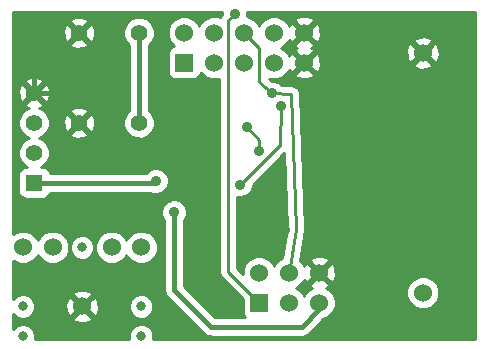
<source format=gbl>
G04 (created by PCBNEW (2013-04-19 BZR 4011)-stable) date 6/9/2013 6:15:15 PM*
%MOIN*%
G04 Gerber Fmt 3.4, Leading zero omitted, Abs format*
%FSLAX34Y34*%
G01*
G70*
G90*
G04 APERTURE LIST*
%ADD10C,0.006*%
%ADD11R,0.055X0.055*%
%ADD12C,0.055*%
%ADD13R,0.06X0.06*%
%ADD14C,0.06*%
%ADD15C,0.0314961*%
%ADD16C,0.035*%
%ADD17C,0.01*%
%ADD18C,0.015*%
G04 APERTURE END LIST*
G54D10*
G54D11*
X72000Y-44000D03*
G54D12*
X72000Y-43000D03*
X72000Y-42000D03*
X72000Y-41000D03*
G54D13*
X77000Y-40000D03*
G54D14*
X77000Y-39000D03*
X78000Y-40000D03*
X78000Y-39000D03*
X79000Y-40000D03*
X79000Y-39000D03*
X80000Y-40000D03*
X80000Y-39000D03*
X81000Y-40000D03*
X81000Y-39000D03*
G54D13*
X79500Y-48000D03*
G54D14*
X79500Y-47000D03*
X80500Y-48000D03*
X80500Y-47000D03*
X81500Y-48000D03*
X81500Y-47000D03*
G54D12*
X73500Y-39000D03*
X75500Y-39000D03*
X73500Y-42000D03*
X75500Y-42000D03*
G54D14*
X84960Y-39672D03*
X84960Y-47664D03*
X71631Y-46153D03*
X72615Y-46153D03*
X74584Y-46153D03*
X75568Y-46153D03*
X73600Y-48122D03*
G54D15*
X71631Y-48122D03*
X75568Y-48122D03*
X75568Y-49106D03*
X71631Y-49106D03*
X73600Y-46153D03*
G54D16*
X78860Y-44060D03*
X80220Y-41440D03*
X78680Y-38360D03*
X79940Y-41020D03*
X76660Y-44980D03*
X79500Y-42940D03*
X79080Y-42140D03*
X76060Y-43940D03*
X77720Y-42400D03*
X80360Y-45580D03*
X78880Y-45800D03*
X79680Y-45660D03*
G54D17*
X80160Y-42760D02*
X78860Y-44060D01*
X80180Y-42760D02*
X80160Y-42760D01*
X80220Y-41440D02*
X80180Y-42760D01*
X78460Y-46960D02*
X79500Y-48000D01*
X78460Y-38580D02*
X78460Y-46960D01*
X78680Y-38360D02*
X78460Y-38580D01*
X79940Y-41017D02*
X79945Y-41011D01*
X79940Y-41020D02*
X79940Y-41017D01*
X80500Y-47000D02*
X80740Y-45540D01*
X79500Y-39500D02*
X79000Y-39000D01*
X79500Y-40640D02*
X79500Y-39500D01*
X80740Y-45540D02*
X80560Y-41040D01*
X80560Y-41040D02*
X79945Y-41011D01*
X79945Y-41011D02*
X79500Y-40640D01*
G54D18*
X81500Y-48000D02*
X81500Y-48220D01*
X76660Y-47580D02*
X76660Y-44980D01*
X77880Y-48800D02*
X76660Y-47580D01*
X80920Y-48800D02*
X77880Y-48800D01*
X81500Y-48220D02*
X80920Y-48800D01*
G54D17*
X79500Y-42560D02*
X79500Y-42940D01*
X79080Y-42140D02*
X79500Y-42560D01*
G54D18*
X72000Y-44000D02*
X76000Y-44000D01*
G54D17*
X76000Y-44000D02*
X76060Y-43940D01*
G54D18*
X77720Y-42400D02*
X77660Y-42400D01*
X72000Y-41000D02*
X72000Y-40500D01*
X72000Y-40500D02*
X73500Y-39000D01*
X72000Y-41000D02*
X72500Y-41000D01*
X72500Y-41000D02*
X73500Y-42000D01*
X80360Y-45580D02*
X80280Y-45660D01*
X80280Y-45660D02*
X79680Y-45660D01*
X78880Y-45800D02*
X78900Y-45780D01*
X78900Y-45780D02*
X79560Y-45780D01*
X79560Y-45780D02*
X79680Y-45660D01*
X75500Y-39000D02*
X75500Y-42000D01*
G54D10*
G36*
X80439Y-45513D02*
X80278Y-46496D01*
X80188Y-46533D01*
X80034Y-46688D01*
X80000Y-46769D01*
X79966Y-46688D01*
X79811Y-46534D01*
X79609Y-46450D01*
X79391Y-46449D01*
X79188Y-46533D01*
X79034Y-46688D01*
X78950Y-46890D01*
X78949Y-47025D01*
X78760Y-46835D01*
X78760Y-44478D01*
X78775Y-44484D01*
X78944Y-44485D01*
X79100Y-44420D01*
X79220Y-44301D01*
X79284Y-44144D01*
X79285Y-44059D01*
X80331Y-43012D01*
X80338Y-43007D01*
X80439Y-45513D01*
X80439Y-45513D01*
G37*
G54D17*
X80439Y-45513D02*
X80278Y-46496D01*
X80188Y-46533D01*
X80034Y-46688D01*
X80000Y-46769D01*
X79966Y-46688D01*
X79811Y-46534D01*
X79609Y-46450D01*
X79391Y-46449D01*
X79188Y-46533D01*
X79034Y-46688D01*
X78950Y-46890D01*
X78949Y-47025D01*
X78760Y-46835D01*
X78760Y-44478D01*
X78775Y-44484D01*
X78944Y-44485D01*
X79100Y-44420D01*
X79220Y-44301D01*
X79284Y-44144D01*
X79285Y-44059D01*
X80331Y-43012D01*
X80338Y-43007D01*
X80439Y-45513D01*
G54D10*
G36*
X86700Y-49200D02*
X85514Y-49200D01*
X85514Y-39754D01*
X85503Y-39535D01*
X85441Y-39384D01*
X85345Y-39357D01*
X85275Y-39427D01*
X85275Y-39286D01*
X85247Y-39191D01*
X85041Y-39117D01*
X84823Y-39128D01*
X84672Y-39191D01*
X84644Y-39286D01*
X84960Y-39601D01*
X85275Y-39286D01*
X85275Y-39427D01*
X85030Y-39672D01*
X85345Y-39987D01*
X85441Y-39960D01*
X85514Y-39754D01*
X85514Y-49200D01*
X85510Y-49200D01*
X85510Y-47555D01*
X85426Y-47353D01*
X85275Y-47201D01*
X85275Y-40058D01*
X84960Y-39742D01*
X84889Y-39813D01*
X84889Y-39672D01*
X84574Y-39357D01*
X84478Y-39384D01*
X84405Y-39590D01*
X84416Y-39809D01*
X84478Y-39960D01*
X84574Y-39987D01*
X84889Y-39672D01*
X84889Y-39813D01*
X84644Y-40058D01*
X84672Y-40153D01*
X84878Y-40227D01*
X85096Y-40216D01*
X85247Y-40153D01*
X85275Y-40058D01*
X85275Y-47201D01*
X85271Y-47198D01*
X85069Y-47114D01*
X84851Y-47114D01*
X84648Y-47197D01*
X84494Y-47352D01*
X84410Y-47554D01*
X84409Y-47773D01*
X84493Y-47975D01*
X84648Y-48130D01*
X84850Y-48214D01*
X85068Y-48214D01*
X85271Y-48130D01*
X85425Y-47976D01*
X85509Y-47774D01*
X85510Y-47555D01*
X85510Y-49200D01*
X82054Y-49200D01*
X82054Y-47081D01*
X82043Y-46863D01*
X81981Y-46712D01*
X81885Y-46684D01*
X81815Y-46755D01*
X81815Y-46614D01*
X81787Y-46518D01*
X81581Y-46445D01*
X81554Y-46446D01*
X81554Y-40081D01*
X81554Y-39081D01*
X81543Y-38863D01*
X81481Y-38712D01*
X81385Y-38684D01*
X81315Y-38755D01*
X81315Y-38614D01*
X81287Y-38518D01*
X81081Y-38445D01*
X80863Y-38456D01*
X80712Y-38518D01*
X80684Y-38614D01*
X81000Y-38929D01*
X81315Y-38614D01*
X81315Y-38755D01*
X81070Y-39000D01*
X81385Y-39315D01*
X81481Y-39287D01*
X81554Y-39081D01*
X81554Y-40081D01*
X81543Y-39863D01*
X81481Y-39712D01*
X81385Y-39684D01*
X81315Y-39755D01*
X81315Y-39614D01*
X81287Y-39518D01*
X81239Y-39501D01*
X81287Y-39481D01*
X81315Y-39385D01*
X81000Y-39070D01*
X80684Y-39385D01*
X80712Y-39481D01*
X80760Y-39498D01*
X80712Y-39518D01*
X80684Y-39614D01*
X81000Y-39929D01*
X81315Y-39614D01*
X81315Y-39755D01*
X81070Y-40000D01*
X81385Y-40315D01*
X81481Y-40287D01*
X81554Y-40081D01*
X81554Y-46446D01*
X81363Y-46456D01*
X81315Y-46476D01*
X81315Y-40385D01*
X81000Y-40070D01*
X80684Y-40385D01*
X80712Y-40481D01*
X80918Y-40554D01*
X81136Y-40543D01*
X81287Y-40481D01*
X81315Y-40385D01*
X81315Y-46476D01*
X81212Y-46518D01*
X81184Y-46614D01*
X81500Y-46929D01*
X81815Y-46614D01*
X81815Y-46755D01*
X81570Y-47000D01*
X81885Y-47315D01*
X81981Y-47287D01*
X82054Y-47081D01*
X82054Y-49200D01*
X76118Y-49200D01*
X76118Y-46044D01*
X76035Y-45842D01*
X75880Y-45687D01*
X75678Y-45603D01*
X75459Y-45603D01*
X75257Y-45687D01*
X75102Y-45841D01*
X75076Y-45904D01*
X75050Y-45842D01*
X74896Y-45687D01*
X74694Y-45603D01*
X74475Y-45603D01*
X74273Y-45687D01*
X74118Y-45841D01*
X74034Y-46043D01*
X74034Y-46262D01*
X74117Y-46464D01*
X74272Y-46619D01*
X74474Y-46703D01*
X74693Y-46703D01*
X74895Y-46620D01*
X75050Y-46465D01*
X75076Y-46402D01*
X75101Y-46464D01*
X75256Y-46619D01*
X75458Y-46703D01*
X75677Y-46703D01*
X75879Y-46620D01*
X76034Y-46465D01*
X76118Y-46263D01*
X76118Y-46044D01*
X76118Y-49200D01*
X75970Y-49200D01*
X75975Y-49187D01*
X75976Y-49025D01*
X75976Y-48041D01*
X75914Y-47891D01*
X75799Y-47776D01*
X75649Y-47714D01*
X75487Y-47714D01*
X75337Y-47776D01*
X75223Y-47890D01*
X75161Y-48040D01*
X75160Y-48202D01*
X75222Y-48352D01*
X75337Y-48467D01*
X75487Y-48529D01*
X75649Y-48529D01*
X75799Y-48467D01*
X75913Y-48353D01*
X75975Y-48203D01*
X75976Y-48041D01*
X75976Y-49025D01*
X75914Y-48875D01*
X75799Y-48761D01*
X75649Y-48698D01*
X75487Y-48698D01*
X75337Y-48760D01*
X75223Y-48875D01*
X75161Y-49024D01*
X75160Y-49186D01*
X75166Y-49200D01*
X74154Y-49200D01*
X74154Y-48203D01*
X74143Y-47985D01*
X74081Y-47834D01*
X74007Y-47813D01*
X74007Y-46072D01*
X73945Y-45923D01*
X73831Y-45808D01*
X73681Y-45746D01*
X73519Y-45745D01*
X73369Y-45807D01*
X73254Y-45922D01*
X73192Y-46072D01*
X73192Y-46234D01*
X73254Y-46384D01*
X73368Y-46498D01*
X73518Y-46560D01*
X73680Y-46561D01*
X73830Y-46499D01*
X73945Y-46384D01*
X74007Y-46234D01*
X74007Y-46072D01*
X74007Y-47813D01*
X73985Y-47806D01*
X73915Y-47877D01*
X73915Y-47736D01*
X73887Y-47640D01*
X73681Y-47567D01*
X73463Y-47578D01*
X73312Y-47640D01*
X73284Y-47736D01*
X73600Y-48051D01*
X73915Y-47736D01*
X73915Y-47877D01*
X73670Y-48122D01*
X73985Y-48437D01*
X74081Y-48409D01*
X74154Y-48203D01*
X74154Y-49200D01*
X73915Y-49200D01*
X73915Y-48507D01*
X73600Y-48192D01*
X73529Y-48263D01*
X73529Y-48122D01*
X73214Y-47806D01*
X73118Y-47834D01*
X73045Y-48040D01*
X73056Y-48258D01*
X73118Y-48409D01*
X73214Y-48437D01*
X73529Y-48122D01*
X73529Y-48263D01*
X73284Y-48507D01*
X73312Y-48603D01*
X73518Y-48676D01*
X73736Y-48665D01*
X73887Y-48603D01*
X73915Y-48507D01*
X73915Y-49200D01*
X72033Y-49200D01*
X72038Y-49187D01*
X72039Y-49025D01*
X71977Y-48875D01*
X71862Y-48761D01*
X71712Y-48698D01*
X71550Y-48698D01*
X71400Y-48760D01*
X71300Y-48861D01*
X71300Y-48366D01*
X71400Y-48467D01*
X71550Y-48529D01*
X71712Y-48529D01*
X71862Y-48467D01*
X71976Y-48353D01*
X72038Y-48203D01*
X72039Y-48041D01*
X71977Y-47891D01*
X71862Y-47776D01*
X71712Y-47714D01*
X71550Y-47714D01*
X71400Y-47776D01*
X71300Y-47877D01*
X71300Y-46599D01*
X71319Y-46619D01*
X71521Y-46703D01*
X71740Y-46703D01*
X71942Y-46620D01*
X72097Y-46465D01*
X72123Y-46402D01*
X72149Y-46464D01*
X72303Y-46619D01*
X72505Y-46703D01*
X72724Y-46703D01*
X72926Y-46620D01*
X73081Y-46465D01*
X73165Y-46263D01*
X73165Y-46044D01*
X73082Y-45842D01*
X72927Y-45687D01*
X72725Y-45603D01*
X72506Y-45603D01*
X72304Y-45687D01*
X72149Y-45841D01*
X72123Y-45904D01*
X72098Y-45842D01*
X71943Y-45687D01*
X71741Y-45603D01*
X71522Y-45603D01*
X71320Y-45687D01*
X71300Y-45707D01*
X71300Y-38300D01*
X78255Y-38300D01*
X78254Y-38360D01*
X78247Y-38367D01*
X78182Y-38465D01*
X78180Y-38479D01*
X78109Y-38450D01*
X77891Y-38449D01*
X77688Y-38533D01*
X77534Y-38688D01*
X77500Y-38769D01*
X77466Y-38688D01*
X77311Y-38534D01*
X77109Y-38450D01*
X76891Y-38449D01*
X76688Y-38533D01*
X76534Y-38688D01*
X76450Y-38890D01*
X76449Y-39108D01*
X76533Y-39311D01*
X76672Y-39449D01*
X76650Y-39449D01*
X76558Y-39487D01*
X76488Y-39558D01*
X76450Y-39650D01*
X76449Y-39749D01*
X76449Y-40349D01*
X76487Y-40441D01*
X76558Y-40511D01*
X76650Y-40549D01*
X76749Y-40550D01*
X77349Y-40550D01*
X77441Y-40512D01*
X77511Y-40441D01*
X77549Y-40349D01*
X77549Y-40327D01*
X77688Y-40465D01*
X77890Y-40549D01*
X78108Y-40550D01*
X78160Y-40528D01*
X78160Y-46960D01*
X78182Y-47074D01*
X78247Y-47172D01*
X78949Y-47874D01*
X78949Y-48349D01*
X78987Y-48441D01*
X79021Y-48475D01*
X78014Y-48475D01*
X76985Y-47445D01*
X76985Y-45256D01*
X77020Y-45221D01*
X77084Y-45064D01*
X77085Y-44895D01*
X77020Y-44739D01*
X76901Y-44619D01*
X76744Y-44555D01*
X76575Y-44554D01*
X76485Y-44592D01*
X76485Y-43855D01*
X76420Y-43699D01*
X76301Y-43579D01*
X76144Y-43515D01*
X76025Y-43514D01*
X76025Y-41896D01*
X75945Y-41703D01*
X75825Y-41582D01*
X75825Y-39417D01*
X75944Y-39297D01*
X76024Y-39104D01*
X76025Y-38896D01*
X75945Y-38703D01*
X75797Y-38555D01*
X75604Y-38475D01*
X75396Y-38474D01*
X75203Y-38554D01*
X75055Y-38702D01*
X74975Y-38895D01*
X74974Y-39103D01*
X75054Y-39297D01*
X75175Y-39417D01*
X75175Y-41582D01*
X75055Y-41702D01*
X74975Y-41895D01*
X74974Y-42103D01*
X75054Y-42297D01*
X75202Y-42444D01*
X75395Y-42524D01*
X75603Y-42525D01*
X75797Y-42445D01*
X75944Y-42297D01*
X76024Y-42104D01*
X76025Y-41896D01*
X76025Y-43514D01*
X75975Y-43514D01*
X75819Y-43579D01*
X75723Y-43675D01*
X74029Y-43675D01*
X74029Y-42075D01*
X74029Y-39075D01*
X74018Y-38867D01*
X73960Y-38727D01*
X73867Y-38702D01*
X73797Y-38773D01*
X73797Y-38632D01*
X73772Y-38539D01*
X73575Y-38470D01*
X73367Y-38481D01*
X73227Y-38539D01*
X73202Y-38632D01*
X73500Y-38929D01*
X73797Y-38632D01*
X73797Y-38773D01*
X73570Y-39000D01*
X73867Y-39297D01*
X73960Y-39272D01*
X74029Y-39075D01*
X74029Y-42075D01*
X74018Y-41867D01*
X73960Y-41727D01*
X73867Y-41702D01*
X73797Y-41773D01*
X73797Y-41632D01*
X73797Y-39367D01*
X73500Y-39070D01*
X73429Y-39141D01*
X73429Y-39000D01*
X73132Y-38702D01*
X73039Y-38727D01*
X72970Y-38924D01*
X72981Y-39132D01*
X73039Y-39272D01*
X73132Y-39297D01*
X73429Y-39000D01*
X73429Y-39141D01*
X73202Y-39367D01*
X73227Y-39460D01*
X73424Y-39529D01*
X73632Y-39518D01*
X73772Y-39460D01*
X73797Y-39367D01*
X73797Y-41632D01*
X73772Y-41539D01*
X73575Y-41470D01*
X73367Y-41481D01*
X73227Y-41539D01*
X73202Y-41632D01*
X73500Y-41929D01*
X73797Y-41632D01*
X73797Y-41773D01*
X73570Y-42000D01*
X73867Y-42297D01*
X73960Y-42272D01*
X74029Y-42075D01*
X74029Y-43675D01*
X73797Y-43675D01*
X73797Y-42367D01*
X73500Y-42070D01*
X73429Y-42141D01*
X73429Y-42000D01*
X73132Y-41702D01*
X73039Y-41727D01*
X72970Y-41924D01*
X72981Y-42132D01*
X73039Y-42272D01*
X73132Y-42297D01*
X73429Y-42000D01*
X73429Y-42141D01*
X73202Y-42367D01*
X73227Y-42460D01*
X73424Y-42529D01*
X73632Y-42518D01*
X73772Y-42460D01*
X73797Y-42367D01*
X73797Y-43675D01*
X72529Y-43675D01*
X72529Y-41075D01*
X72518Y-40867D01*
X72460Y-40727D01*
X72367Y-40702D01*
X72297Y-40773D01*
X72297Y-40632D01*
X72272Y-40539D01*
X72075Y-40470D01*
X71867Y-40481D01*
X71727Y-40539D01*
X71702Y-40632D01*
X72000Y-40929D01*
X72297Y-40632D01*
X72297Y-40773D01*
X72070Y-41000D01*
X72367Y-41297D01*
X72460Y-41272D01*
X72529Y-41075D01*
X72529Y-43675D01*
X72524Y-43675D01*
X72487Y-43583D01*
X72416Y-43513D01*
X72324Y-43475D01*
X72225Y-43474D01*
X72225Y-43474D01*
X72297Y-43445D01*
X72444Y-43297D01*
X72524Y-43104D01*
X72525Y-42896D01*
X72445Y-42703D01*
X72297Y-42555D01*
X72164Y-42499D01*
X72297Y-42445D01*
X72444Y-42297D01*
X72524Y-42104D01*
X72525Y-41896D01*
X72445Y-41703D01*
X72297Y-41555D01*
X72171Y-41502D01*
X72272Y-41460D01*
X72297Y-41367D01*
X72000Y-41070D01*
X71929Y-41141D01*
X71929Y-41000D01*
X71632Y-40702D01*
X71539Y-40727D01*
X71470Y-40924D01*
X71481Y-41132D01*
X71539Y-41272D01*
X71632Y-41297D01*
X71929Y-41000D01*
X71929Y-41141D01*
X71702Y-41367D01*
X71727Y-41460D01*
X71837Y-41499D01*
X71703Y-41554D01*
X71555Y-41702D01*
X71475Y-41895D01*
X71474Y-42103D01*
X71554Y-42297D01*
X71702Y-42444D01*
X71835Y-42500D01*
X71703Y-42554D01*
X71555Y-42702D01*
X71475Y-42895D01*
X71474Y-43103D01*
X71554Y-43297D01*
X71702Y-43444D01*
X71774Y-43474D01*
X71675Y-43474D01*
X71583Y-43512D01*
X71513Y-43583D01*
X71475Y-43675D01*
X71474Y-43774D01*
X71474Y-44324D01*
X71512Y-44416D01*
X71583Y-44486D01*
X71675Y-44524D01*
X71774Y-44525D01*
X72324Y-44525D01*
X72416Y-44487D01*
X72486Y-44416D01*
X72524Y-44325D01*
X75878Y-44325D01*
X75975Y-44364D01*
X76144Y-44365D01*
X76300Y-44300D01*
X76420Y-44181D01*
X76484Y-44024D01*
X76485Y-43855D01*
X76485Y-44592D01*
X76419Y-44619D01*
X76299Y-44738D01*
X76235Y-44895D01*
X76234Y-45064D01*
X76299Y-45220D01*
X76335Y-45255D01*
X76335Y-47580D01*
X76359Y-47704D01*
X76430Y-47809D01*
X77650Y-49029D01*
X77650Y-49029D01*
X77755Y-49100D01*
X77755Y-49100D01*
X77855Y-49120D01*
X77879Y-49125D01*
X77879Y-49124D01*
X77880Y-49125D01*
X80920Y-49125D01*
X81044Y-49100D01*
X81044Y-49100D01*
X81149Y-49029D01*
X81644Y-48535D01*
X81811Y-48466D01*
X81965Y-48311D01*
X82049Y-48109D01*
X82050Y-47891D01*
X81966Y-47688D01*
X81811Y-47534D01*
X81736Y-47502D01*
X81787Y-47481D01*
X81815Y-47385D01*
X81500Y-47070D01*
X81184Y-47385D01*
X81212Y-47481D01*
X81267Y-47500D01*
X81188Y-47533D01*
X81034Y-47688D01*
X81000Y-47769D01*
X80966Y-47688D01*
X80811Y-47534D01*
X80730Y-47500D01*
X80811Y-47466D01*
X80965Y-47311D01*
X80997Y-47236D01*
X81018Y-47287D01*
X81114Y-47315D01*
X81429Y-47000D01*
X81114Y-46684D01*
X81018Y-46712D01*
X80999Y-46767D01*
X80966Y-46688D01*
X80870Y-46592D01*
X81035Y-45588D01*
X81034Y-45566D01*
X81040Y-45527D01*
X80859Y-41027D01*
X80848Y-40982D01*
X80842Y-40938D01*
X80835Y-40927D01*
X80832Y-40914D01*
X80803Y-40875D01*
X80781Y-40838D01*
X80771Y-40831D01*
X80763Y-40819D01*
X80721Y-40793D01*
X80687Y-40768D01*
X80675Y-40766D01*
X80663Y-40758D01*
X80614Y-40750D01*
X80574Y-40740D01*
X80246Y-40725D01*
X80181Y-40659D01*
X80024Y-40595D01*
X79914Y-40594D01*
X79831Y-40525D01*
X79890Y-40549D01*
X80108Y-40550D01*
X80311Y-40466D01*
X80465Y-40311D01*
X80497Y-40236D01*
X80518Y-40287D01*
X80614Y-40315D01*
X80929Y-40000D01*
X80614Y-39684D01*
X80518Y-39712D01*
X80499Y-39767D01*
X80466Y-39688D01*
X80311Y-39534D01*
X80230Y-39500D01*
X80311Y-39466D01*
X80465Y-39311D01*
X80497Y-39236D01*
X80518Y-39287D01*
X80614Y-39315D01*
X80929Y-39000D01*
X80614Y-38684D01*
X80518Y-38712D01*
X80499Y-38767D01*
X80466Y-38688D01*
X80311Y-38534D01*
X80109Y-38450D01*
X79891Y-38449D01*
X79688Y-38533D01*
X79534Y-38688D01*
X79500Y-38769D01*
X79466Y-38688D01*
X79311Y-38534D01*
X79109Y-38450D01*
X79102Y-38450D01*
X79104Y-38444D01*
X79105Y-38300D01*
X86700Y-38300D01*
X86700Y-49200D01*
X86700Y-49200D01*
G37*
G54D17*
X86700Y-49200D02*
X85514Y-49200D01*
X85514Y-39754D01*
X85503Y-39535D01*
X85441Y-39384D01*
X85345Y-39357D01*
X85275Y-39427D01*
X85275Y-39286D01*
X85247Y-39191D01*
X85041Y-39117D01*
X84823Y-39128D01*
X84672Y-39191D01*
X84644Y-39286D01*
X84960Y-39601D01*
X85275Y-39286D01*
X85275Y-39427D01*
X85030Y-39672D01*
X85345Y-39987D01*
X85441Y-39960D01*
X85514Y-39754D01*
X85514Y-49200D01*
X85510Y-49200D01*
X85510Y-47555D01*
X85426Y-47353D01*
X85275Y-47201D01*
X85275Y-40058D01*
X84960Y-39742D01*
X84889Y-39813D01*
X84889Y-39672D01*
X84574Y-39357D01*
X84478Y-39384D01*
X84405Y-39590D01*
X84416Y-39809D01*
X84478Y-39960D01*
X84574Y-39987D01*
X84889Y-39672D01*
X84889Y-39813D01*
X84644Y-40058D01*
X84672Y-40153D01*
X84878Y-40227D01*
X85096Y-40216D01*
X85247Y-40153D01*
X85275Y-40058D01*
X85275Y-47201D01*
X85271Y-47198D01*
X85069Y-47114D01*
X84851Y-47114D01*
X84648Y-47197D01*
X84494Y-47352D01*
X84410Y-47554D01*
X84409Y-47773D01*
X84493Y-47975D01*
X84648Y-48130D01*
X84850Y-48214D01*
X85068Y-48214D01*
X85271Y-48130D01*
X85425Y-47976D01*
X85509Y-47774D01*
X85510Y-47555D01*
X85510Y-49200D01*
X82054Y-49200D01*
X82054Y-47081D01*
X82043Y-46863D01*
X81981Y-46712D01*
X81885Y-46684D01*
X81815Y-46755D01*
X81815Y-46614D01*
X81787Y-46518D01*
X81581Y-46445D01*
X81554Y-46446D01*
X81554Y-40081D01*
X81554Y-39081D01*
X81543Y-38863D01*
X81481Y-38712D01*
X81385Y-38684D01*
X81315Y-38755D01*
X81315Y-38614D01*
X81287Y-38518D01*
X81081Y-38445D01*
X80863Y-38456D01*
X80712Y-38518D01*
X80684Y-38614D01*
X81000Y-38929D01*
X81315Y-38614D01*
X81315Y-38755D01*
X81070Y-39000D01*
X81385Y-39315D01*
X81481Y-39287D01*
X81554Y-39081D01*
X81554Y-40081D01*
X81543Y-39863D01*
X81481Y-39712D01*
X81385Y-39684D01*
X81315Y-39755D01*
X81315Y-39614D01*
X81287Y-39518D01*
X81239Y-39501D01*
X81287Y-39481D01*
X81315Y-39385D01*
X81000Y-39070D01*
X80684Y-39385D01*
X80712Y-39481D01*
X80760Y-39498D01*
X80712Y-39518D01*
X80684Y-39614D01*
X81000Y-39929D01*
X81315Y-39614D01*
X81315Y-39755D01*
X81070Y-40000D01*
X81385Y-40315D01*
X81481Y-40287D01*
X81554Y-40081D01*
X81554Y-46446D01*
X81363Y-46456D01*
X81315Y-46476D01*
X81315Y-40385D01*
X81000Y-40070D01*
X80684Y-40385D01*
X80712Y-40481D01*
X80918Y-40554D01*
X81136Y-40543D01*
X81287Y-40481D01*
X81315Y-40385D01*
X81315Y-46476D01*
X81212Y-46518D01*
X81184Y-46614D01*
X81500Y-46929D01*
X81815Y-46614D01*
X81815Y-46755D01*
X81570Y-47000D01*
X81885Y-47315D01*
X81981Y-47287D01*
X82054Y-47081D01*
X82054Y-49200D01*
X76118Y-49200D01*
X76118Y-46044D01*
X76035Y-45842D01*
X75880Y-45687D01*
X75678Y-45603D01*
X75459Y-45603D01*
X75257Y-45687D01*
X75102Y-45841D01*
X75076Y-45904D01*
X75050Y-45842D01*
X74896Y-45687D01*
X74694Y-45603D01*
X74475Y-45603D01*
X74273Y-45687D01*
X74118Y-45841D01*
X74034Y-46043D01*
X74034Y-46262D01*
X74117Y-46464D01*
X74272Y-46619D01*
X74474Y-46703D01*
X74693Y-46703D01*
X74895Y-46620D01*
X75050Y-46465D01*
X75076Y-46402D01*
X75101Y-46464D01*
X75256Y-46619D01*
X75458Y-46703D01*
X75677Y-46703D01*
X75879Y-46620D01*
X76034Y-46465D01*
X76118Y-46263D01*
X76118Y-46044D01*
X76118Y-49200D01*
X75970Y-49200D01*
X75975Y-49187D01*
X75976Y-49025D01*
X75976Y-48041D01*
X75914Y-47891D01*
X75799Y-47776D01*
X75649Y-47714D01*
X75487Y-47714D01*
X75337Y-47776D01*
X75223Y-47890D01*
X75161Y-48040D01*
X75160Y-48202D01*
X75222Y-48352D01*
X75337Y-48467D01*
X75487Y-48529D01*
X75649Y-48529D01*
X75799Y-48467D01*
X75913Y-48353D01*
X75975Y-48203D01*
X75976Y-48041D01*
X75976Y-49025D01*
X75914Y-48875D01*
X75799Y-48761D01*
X75649Y-48698D01*
X75487Y-48698D01*
X75337Y-48760D01*
X75223Y-48875D01*
X75161Y-49024D01*
X75160Y-49186D01*
X75166Y-49200D01*
X74154Y-49200D01*
X74154Y-48203D01*
X74143Y-47985D01*
X74081Y-47834D01*
X74007Y-47813D01*
X74007Y-46072D01*
X73945Y-45923D01*
X73831Y-45808D01*
X73681Y-45746D01*
X73519Y-45745D01*
X73369Y-45807D01*
X73254Y-45922D01*
X73192Y-46072D01*
X73192Y-46234D01*
X73254Y-46384D01*
X73368Y-46498D01*
X73518Y-46560D01*
X73680Y-46561D01*
X73830Y-46499D01*
X73945Y-46384D01*
X74007Y-46234D01*
X74007Y-46072D01*
X74007Y-47813D01*
X73985Y-47806D01*
X73915Y-47877D01*
X73915Y-47736D01*
X73887Y-47640D01*
X73681Y-47567D01*
X73463Y-47578D01*
X73312Y-47640D01*
X73284Y-47736D01*
X73600Y-48051D01*
X73915Y-47736D01*
X73915Y-47877D01*
X73670Y-48122D01*
X73985Y-48437D01*
X74081Y-48409D01*
X74154Y-48203D01*
X74154Y-49200D01*
X73915Y-49200D01*
X73915Y-48507D01*
X73600Y-48192D01*
X73529Y-48263D01*
X73529Y-48122D01*
X73214Y-47806D01*
X73118Y-47834D01*
X73045Y-48040D01*
X73056Y-48258D01*
X73118Y-48409D01*
X73214Y-48437D01*
X73529Y-48122D01*
X73529Y-48263D01*
X73284Y-48507D01*
X73312Y-48603D01*
X73518Y-48676D01*
X73736Y-48665D01*
X73887Y-48603D01*
X73915Y-48507D01*
X73915Y-49200D01*
X72033Y-49200D01*
X72038Y-49187D01*
X72039Y-49025D01*
X71977Y-48875D01*
X71862Y-48761D01*
X71712Y-48698D01*
X71550Y-48698D01*
X71400Y-48760D01*
X71300Y-48861D01*
X71300Y-48366D01*
X71400Y-48467D01*
X71550Y-48529D01*
X71712Y-48529D01*
X71862Y-48467D01*
X71976Y-48353D01*
X72038Y-48203D01*
X72039Y-48041D01*
X71977Y-47891D01*
X71862Y-47776D01*
X71712Y-47714D01*
X71550Y-47714D01*
X71400Y-47776D01*
X71300Y-47877D01*
X71300Y-46599D01*
X71319Y-46619D01*
X71521Y-46703D01*
X71740Y-46703D01*
X71942Y-46620D01*
X72097Y-46465D01*
X72123Y-46402D01*
X72149Y-46464D01*
X72303Y-46619D01*
X72505Y-46703D01*
X72724Y-46703D01*
X72926Y-46620D01*
X73081Y-46465D01*
X73165Y-46263D01*
X73165Y-46044D01*
X73082Y-45842D01*
X72927Y-45687D01*
X72725Y-45603D01*
X72506Y-45603D01*
X72304Y-45687D01*
X72149Y-45841D01*
X72123Y-45904D01*
X72098Y-45842D01*
X71943Y-45687D01*
X71741Y-45603D01*
X71522Y-45603D01*
X71320Y-45687D01*
X71300Y-45707D01*
X71300Y-38300D01*
X78255Y-38300D01*
X78254Y-38360D01*
X78247Y-38367D01*
X78182Y-38465D01*
X78180Y-38479D01*
X78109Y-38450D01*
X77891Y-38449D01*
X77688Y-38533D01*
X77534Y-38688D01*
X77500Y-38769D01*
X77466Y-38688D01*
X77311Y-38534D01*
X77109Y-38450D01*
X76891Y-38449D01*
X76688Y-38533D01*
X76534Y-38688D01*
X76450Y-38890D01*
X76449Y-39108D01*
X76533Y-39311D01*
X76672Y-39449D01*
X76650Y-39449D01*
X76558Y-39487D01*
X76488Y-39558D01*
X76450Y-39650D01*
X76449Y-39749D01*
X76449Y-40349D01*
X76487Y-40441D01*
X76558Y-40511D01*
X76650Y-40549D01*
X76749Y-40550D01*
X77349Y-40550D01*
X77441Y-40512D01*
X77511Y-40441D01*
X77549Y-40349D01*
X77549Y-40327D01*
X77688Y-40465D01*
X77890Y-40549D01*
X78108Y-40550D01*
X78160Y-40528D01*
X78160Y-46960D01*
X78182Y-47074D01*
X78247Y-47172D01*
X78949Y-47874D01*
X78949Y-48349D01*
X78987Y-48441D01*
X79021Y-48475D01*
X78014Y-48475D01*
X76985Y-47445D01*
X76985Y-45256D01*
X77020Y-45221D01*
X77084Y-45064D01*
X77085Y-44895D01*
X77020Y-44739D01*
X76901Y-44619D01*
X76744Y-44555D01*
X76575Y-44554D01*
X76485Y-44592D01*
X76485Y-43855D01*
X76420Y-43699D01*
X76301Y-43579D01*
X76144Y-43515D01*
X76025Y-43514D01*
X76025Y-41896D01*
X75945Y-41703D01*
X75825Y-41582D01*
X75825Y-39417D01*
X75944Y-39297D01*
X76024Y-39104D01*
X76025Y-38896D01*
X75945Y-38703D01*
X75797Y-38555D01*
X75604Y-38475D01*
X75396Y-38474D01*
X75203Y-38554D01*
X75055Y-38702D01*
X74975Y-38895D01*
X74974Y-39103D01*
X75054Y-39297D01*
X75175Y-39417D01*
X75175Y-41582D01*
X75055Y-41702D01*
X74975Y-41895D01*
X74974Y-42103D01*
X75054Y-42297D01*
X75202Y-42444D01*
X75395Y-42524D01*
X75603Y-42525D01*
X75797Y-42445D01*
X75944Y-42297D01*
X76024Y-42104D01*
X76025Y-41896D01*
X76025Y-43514D01*
X75975Y-43514D01*
X75819Y-43579D01*
X75723Y-43675D01*
X74029Y-43675D01*
X74029Y-42075D01*
X74029Y-39075D01*
X74018Y-38867D01*
X73960Y-38727D01*
X73867Y-38702D01*
X73797Y-38773D01*
X73797Y-38632D01*
X73772Y-38539D01*
X73575Y-38470D01*
X73367Y-38481D01*
X73227Y-38539D01*
X73202Y-38632D01*
X73500Y-38929D01*
X73797Y-38632D01*
X73797Y-38773D01*
X73570Y-39000D01*
X73867Y-39297D01*
X73960Y-39272D01*
X74029Y-39075D01*
X74029Y-42075D01*
X74018Y-41867D01*
X73960Y-41727D01*
X73867Y-41702D01*
X73797Y-41773D01*
X73797Y-41632D01*
X73797Y-39367D01*
X73500Y-39070D01*
X73429Y-39141D01*
X73429Y-39000D01*
X73132Y-38702D01*
X73039Y-38727D01*
X72970Y-38924D01*
X72981Y-39132D01*
X73039Y-39272D01*
X73132Y-39297D01*
X73429Y-39000D01*
X73429Y-39141D01*
X73202Y-39367D01*
X73227Y-39460D01*
X73424Y-39529D01*
X73632Y-39518D01*
X73772Y-39460D01*
X73797Y-39367D01*
X73797Y-41632D01*
X73772Y-41539D01*
X73575Y-41470D01*
X73367Y-41481D01*
X73227Y-41539D01*
X73202Y-41632D01*
X73500Y-41929D01*
X73797Y-41632D01*
X73797Y-41773D01*
X73570Y-42000D01*
X73867Y-42297D01*
X73960Y-42272D01*
X74029Y-42075D01*
X74029Y-43675D01*
X73797Y-43675D01*
X73797Y-42367D01*
X73500Y-42070D01*
X73429Y-42141D01*
X73429Y-42000D01*
X73132Y-41702D01*
X73039Y-41727D01*
X72970Y-41924D01*
X72981Y-42132D01*
X73039Y-42272D01*
X73132Y-42297D01*
X73429Y-42000D01*
X73429Y-42141D01*
X73202Y-42367D01*
X73227Y-42460D01*
X73424Y-42529D01*
X73632Y-42518D01*
X73772Y-42460D01*
X73797Y-42367D01*
X73797Y-43675D01*
X72529Y-43675D01*
X72529Y-41075D01*
X72518Y-40867D01*
X72460Y-40727D01*
X72367Y-40702D01*
X72297Y-40773D01*
X72297Y-40632D01*
X72272Y-40539D01*
X72075Y-40470D01*
X71867Y-40481D01*
X71727Y-40539D01*
X71702Y-40632D01*
X72000Y-40929D01*
X72297Y-40632D01*
X72297Y-40773D01*
X72070Y-41000D01*
X72367Y-41297D01*
X72460Y-41272D01*
X72529Y-41075D01*
X72529Y-43675D01*
X72524Y-43675D01*
X72487Y-43583D01*
X72416Y-43513D01*
X72324Y-43475D01*
X72225Y-43474D01*
X72225Y-43474D01*
X72297Y-43445D01*
X72444Y-43297D01*
X72524Y-43104D01*
X72525Y-42896D01*
X72445Y-42703D01*
X72297Y-42555D01*
X72164Y-42499D01*
X72297Y-42445D01*
X72444Y-42297D01*
X72524Y-42104D01*
X72525Y-41896D01*
X72445Y-41703D01*
X72297Y-41555D01*
X72171Y-41502D01*
X72272Y-41460D01*
X72297Y-41367D01*
X72000Y-41070D01*
X71929Y-41141D01*
X71929Y-41000D01*
X71632Y-40702D01*
X71539Y-40727D01*
X71470Y-40924D01*
X71481Y-41132D01*
X71539Y-41272D01*
X71632Y-41297D01*
X71929Y-41000D01*
X71929Y-41141D01*
X71702Y-41367D01*
X71727Y-41460D01*
X71837Y-41499D01*
X71703Y-41554D01*
X71555Y-41702D01*
X71475Y-41895D01*
X71474Y-42103D01*
X71554Y-42297D01*
X71702Y-42444D01*
X71835Y-42500D01*
X71703Y-42554D01*
X71555Y-42702D01*
X71475Y-42895D01*
X71474Y-43103D01*
X71554Y-43297D01*
X71702Y-43444D01*
X71774Y-43474D01*
X71675Y-43474D01*
X71583Y-43512D01*
X71513Y-43583D01*
X71475Y-43675D01*
X71474Y-43774D01*
X71474Y-44324D01*
X71512Y-44416D01*
X71583Y-44486D01*
X71675Y-44524D01*
X71774Y-44525D01*
X72324Y-44525D01*
X72416Y-44487D01*
X72486Y-44416D01*
X72524Y-44325D01*
X75878Y-44325D01*
X75975Y-44364D01*
X76144Y-44365D01*
X76300Y-44300D01*
X76420Y-44181D01*
X76484Y-44024D01*
X76485Y-43855D01*
X76485Y-44592D01*
X76419Y-44619D01*
X76299Y-44738D01*
X76235Y-44895D01*
X76234Y-45064D01*
X76299Y-45220D01*
X76335Y-45255D01*
X76335Y-47580D01*
X76359Y-47704D01*
X76430Y-47809D01*
X77650Y-49029D01*
X77650Y-49029D01*
X77755Y-49100D01*
X77755Y-49100D01*
X77855Y-49120D01*
X77879Y-49125D01*
X77879Y-49124D01*
X77880Y-49125D01*
X80920Y-49125D01*
X81044Y-49100D01*
X81044Y-49100D01*
X81149Y-49029D01*
X81644Y-48535D01*
X81811Y-48466D01*
X81965Y-48311D01*
X82049Y-48109D01*
X82050Y-47891D01*
X81966Y-47688D01*
X81811Y-47534D01*
X81736Y-47502D01*
X81787Y-47481D01*
X81815Y-47385D01*
X81500Y-47070D01*
X81184Y-47385D01*
X81212Y-47481D01*
X81267Y-47500D01*
X81188Y-47533D01*
X81034Y-47688D01*
X81000Y-47769D01*
X80966Y-47688D01*
X80811Y-47534D01*
X80730Y-47500D01*
X80811Y-47466D01*
X80965Y-47311D01*
X80997Y-47236D01*
X81018Y-47287D01*
X81114Y-47315D01*
X81429Y-47000D01*
X81114Y-46684D01*
X81018Y-46712D01*
X80999Y-46767D01*
X80966Y-46688D01*
X80870Y-46592D01*
X81035Y-45588D01*
X81034Y-45566D01*
X81040Y-45527D01*
X80859Y-41027D01*
X80848Y-40982D01*
X80842Y-40938D01*
X80835Y-40927D01*
X80832Y-40914D01*
X80803Y-40875D01*
X80781Y-40838D01*
X80771Y-40831D01*
X80763Y-40819D01*
X80721Y-40793D01*
X80687Y-40768D01*
X80675Y-40766D01*
X80663Y-40758D01*
X80614Y-40750D01*
X80574Y-40740D01*
X80246Y-40725D01*
X80181Y-40659D01*
X80024Y-40595D01*
X79914Y-40594D01*
X79831Y-40525D01*
X79890Y-40549D01*
X80108Y-40550D01*
X80311Y-40466D01*
X80465Y-40311D01*
X80497Y-40236D01*
X80518Y-40287D01*
X80614Y-40315D01*
X80929Y-40000D01*
X80614Y-39684D01*
X80518Y-39712D01*
X80499Y-39767D01*
X80466Y-39688D01*
X80311Y-39534D01*
X80230Y-39500D01*
X80311Y-39466D01*
X80465Y-39311D01*
X80497Y-39236D01*
X80518Y-39287D01*
X80614Y-39315D01*
X80929Y-39000D01*
X80614Y-38684D01*
X80518Y-38712D01*
X80499Y-38767D01*
X80466Y-38688D01*
X80311Y-38534D01*
X80109Y-38450D01*
X79891Y-38449D01*
X79688Y-38533D01*
X79534Y-38688D01*
X79500Y-38769D01*
X79466Y-38688D01*
X79311Y-38534D01*
X79109Y-38450D01*
X79102Y-38450D01*
X79104Y-38444D01*
X79105Y-38300D01*
X86700Y-38300D01*
X86700Y-49200D01*
M02*

</source>
